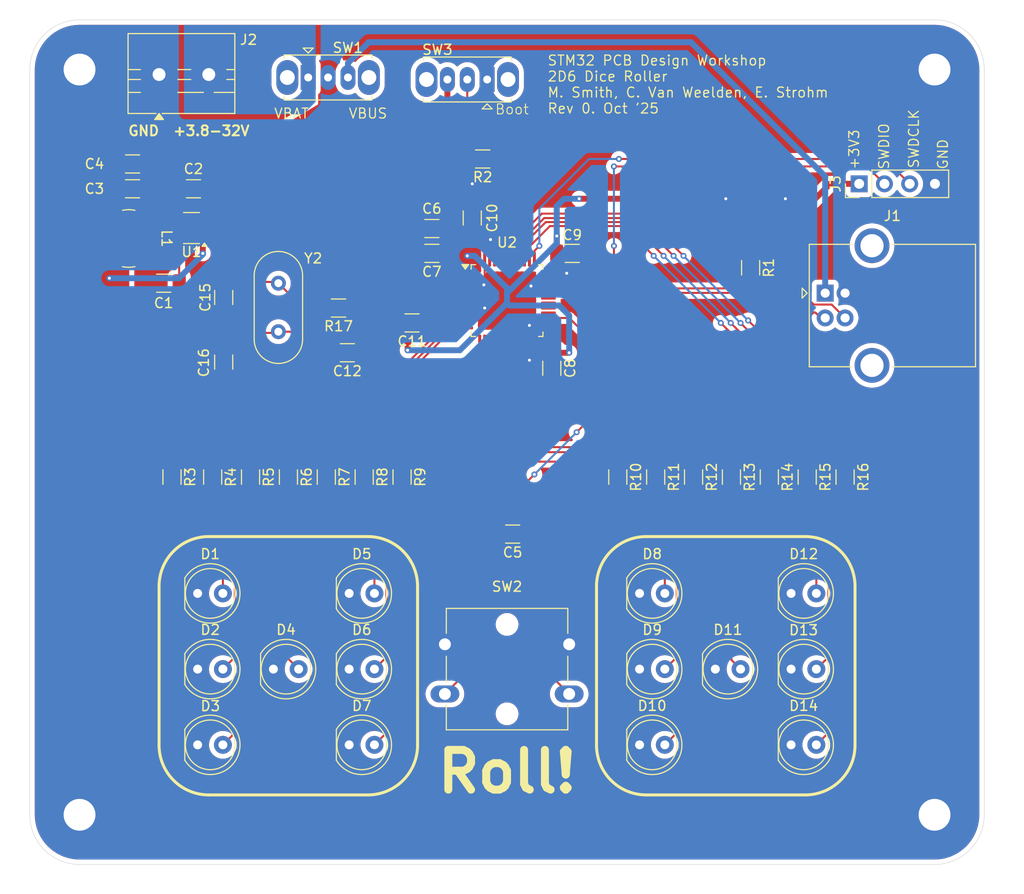
<source format=kicad_pcb>
(kicad_pcb (version 20241229) (generator "pcbnew") (generator_version "9.0")
  (layers (0 "F.Cu" signal) (2 "B.Cu" signal) (13 "F.Paste" user) (15 "B.Paste" user) (5 "F.SilkS" user "F.Silkscreen") (7 "B.SilkS" user "B.Silkscreen") (1 "F.Mask" user) (3 "B.Mask" user) (25 "Edge.Cuts" user))
  (net 0 "")
  (net 1 "/Roll_U")
  (net 2 "GND")
  (net 3 "+3.3V")
  (net 4 "/NRST")
  (net 5 "HSE_IN")
  (net 6 "HSE_OUT")
  (net 7 "Net-(D1-A)")
  (net 8 "Net-(D2-A)")
  (net 9 "Net-(D3-A)")
  (net 10 "Net-(D4-A)")
  (net 11 "Net-(D5-A)")
  (net 12 "Net-(D6-A)")
  (net 13 "Net-(D7-A)")
  (net 14 "Net-(D8-A)")
  (net 15 "Net-(D9-A)")
  (net 16 "Net-(D10-A)")
  (net 17 "Net-(D11-A)")
  (net 18 "Net-(D12-A)")
  (net 19 "Net-(D13-A)")
  (net 20 "Net-(D14-A)")
  (net 21 "USB_D-")
  (net 22 "VBUS")
  (net 23 "USB_D+")
  (net 24 "BOOT0")
  (net 25 "/A1_U")
  (net 26 "/B1_U")
  (net 27 "/C1_U")
  (net 28 "/D1_U")
  (net 29 "/E1_U")
  (net 30 "/F1_U")
  (net 31 "/G1_U")
  (net 32 "/A2_U")
  (net 33 "/B2_U")
  (net 34 "/C2_U")
  (net 35 "/D2_U")
  (net 36 "/E2_U")
  (net 37 "/F2_U")
  (net 38 "/G2_U")
  (net 39 "SWDIO")
  (net 40 "Net-(C16-Pad1)")
  (net 41 "SWCLK")
  (net 42 "+BATT")
  (net 43 "Net-(U1-BST)")
  (net 44 "Net-(U1-SW)")
  (net 45 "Net-(SW1-B)")
  (net 63 "Net-(SW3-B)")
  (footprint "MountingHole:MountingHole_3.2mm_M3_Pad" (layer "F.Cu") (at 81 68)
    (property "Reference" "H4" (hide yes))
    (property "Value" "MountingHole")
  )
  (footprint "Button_Switch_THT:SW_Slide_SPDT_Straight_CK_OS102011MS2Q" (layer "F.Cu") (at 18 -6.2025)
    (property "Reference" "SW1")
    (property "Value" "SW_SPDT")
  )
  (footprint "LED_THT:LED_D5.0mm" (layer "F.Cu") (at 66.57 53.34)
    (property "Reference" "D13")
    (property "Value" "RED (FV ~1.8V)")
  )
  (footprint "LED_THT:LED_D5.0mm" (layer "F.Cu") (at 6.88 45.72)
    (property "Reference" "D1")
    (property "Value" "RED (FV ~1.8V)")
  )
  (footprint "TerminalBlock:TerminalBlock_MaiXu_MX126-5.0-02P_1x02_P5.00mm" (layer "F.Cu") (at 3 -6.5)
    (property "Reference" "J2")
    (property "Value" "Screw_Terminal_01x02")
  )
  (footprint "LED_THT:LED_D5.0mm" (layer "F.Cu") (at 22.12 45.72)
    (property "Reference" "D5")
    (property "Value" "RED (FV ~1.8V)")
  )
  (footprint "LED_THT:LED_D5.0mm" (layer "F.Cu") (at 6.88 53.34)
    (property "Reference" "D2")
    (property "Value" "RED (FV ~1.8V)")
  )
  (footprint "Connector_USB:USB_B_OST_USB-B1HSxx_Horizontal" (layer "F.Cu") (at 70 15.5)
    (property "Reference" "J1")
    (property "Value" "USB_B")
  )
  (footprint "LED_THT:LED_D5.0mm" (layer "F.Cu") (at 22.12 60.96)
    (property "Reference" "D7")
    (property "Value" "RED (FV ~1.8V)")
  )
  (footprint "Capacitor_SMD:C_1206_3216Metric_Pad1.33x1.80mm_HandSolder" (layer "F.Cu") (at 44.5625 11.5)
    (property "Reference" "C9")
    (property "Value" "100n")
  )
  (footprint "Resistor_SMD:R_1206_3216Metric_Pad1.30x1.75mm_HandSolder" (layer "F.Cu") (at 8.39 34.01 -90)
    (property "Reference" "R4")
    (property "Value" "470")
  )
  (footprint "Resistor_SMD:R_1206_3216Metric_Pad1.30x1.75mm_HandSolder" (layer "F.Cu") (at 23.63 34.01 -90)
    (property "Reference" "R8")
    (property "Value" "470")
  )
  (footprint "Resistor_SMD:R_1206_3216Metric_Pad1.30x1.75mm_HandSolder" (layer "F.Cu") (at 56.76 34.01 -90)
    (property "Reference" "R12")
    (property "Value" "470")
  )
  (footprint "Resistor_SMD:R_1206_3216Metric_Pad1.30x1.75mm_HandSolder" (layer "F.Cu") (at 49.14 34.01 -90)
    (property "Reference" "R10")
    (property "Value" "470")
  )
  (footprint "Resistor_SMD:R_1206_3216Metric_Pad1.30x1.75mm_HandSolder" (layer "F.Cu") (at 35.55 2 180)
    (property "Reference" "R2")
    (property "Value" "10k")
  )
  (footprint "Resistor_SMD:R_1206_3216Metric_Pad1.30x1.75mm_HandSolder" (layer "F.Cu") (at 62.5 12.95 -90)
    (property "Reference" "R1")
    (property "Value" "1k5")
  )
  (footprint "MountingHole:MountingHole_3.2mm_M3_Pad" (layer "F.Cu") (at -5 68)
    (property "Reference" "H2" (hide yes))
    (property "Value" "MountingHole")
  )
  (footprint "Resistor_SMD:R_1206_3216Metric_Pad1.30x1.75mm_HandSolder" (layer "F.Cu") (at 64.38 34.01 -90)
    (property "Reference" "R14")
    (property "Value" "470")
  )
  (footprint "MountingHole:MountingHole_3.2mm_M3_Pad" (layer "F.Cu") (at -5 -7)
    (property "Reference" "H1" (hide yes))
    (property "Value" "MountingHole")
  )
  (footprint "Resistor_SMD:R_1206_3216Metric_Pad1.30x1.75mm_HandSolder" (layer "F.Cu") (at 52.95 34.01 -90)
    (property "Reference" "R11")
    (property "Value" "470")
  )
  (footprint "Package_QFP:LQFP-48_7x7mm_P0.5mm" (layer "F.Cu") (at 38 16.25)
    (property "Reference" "U2")
    (property "Value" "STM32F103C8T6")
  )
  (footprint "Resistor_SMD:R_1206_3216Metric_Pad1.30x1.75mm_HandSolder" (layer "F.Cu") (at 72 34.01 -90)
    (property "Reference" "R16")
    (property "Value" "470")
  )
  (footprint "Capacitor_SMD:C_1206_3216Metric_Pad1.33x1.80mm_HandSolder" (layer "F.Cu") (at 9.5 22.4375 -90)
    (property "Reference" "C16")
    (property "Value" "30 pF")
  )
  (footprint "LED_THT:LED_D5.0mm" (layer "F.Cu") (at 51.33 45.72)
    (property "Reference" "D8")
    (property "Value" "RED (FV ~1.8V)")
  )
  (footprint "Capacitor_SMD:C_1206_3216Metric_Pad1.33x1.80mm_HandSolder" (layer "F.Cu") (at 3.4625 14.5)
    (property "Reference" "C1")
    (property "Value" "100nF")
  )
  (footprint "Connector_PinHeader_2.54mm:PinHeader_1x04_P2.54mm_Vertical" (layer "F.Cu") (at 73.42 4.5 90)
    (property "Reference" "J3")
    (property "Value" "Conn_01x04_Pin")
  )
  (footprint "LED_THT:LED_D5.0mm" (layer "F.Cu") (at 58.95 53.34)
    (property "Reference" "D11")
    (property "Value" "RED (FV ~1.8V)")
  )
  (footprint "Resistor_SMD:R_1206_3216Metric_Pad1.30x1.75mm_HandSolder" (layer "F.Cu") (at 4.3 34.01 -90)
    (property "Reference" "R3")
    (property "Value" "470")
  )
  (footprint "Capacitor_SMD:C_1206_3216Metric_Pad1.33x1.80mm_HandSolder" (layer "F.Cu") (at 30.4375 9 180)
    (property "Reference" "C6")
    (property "Value" "10u")
  )
  (footprint "Resistor_SMD:R_1206_3216Metric_Pad1.30x1.75mm_HandSolder" (layer "F.Cu") (at 68.19 34.01 -90)
    (property "Reference" "R15")
    (property "Value" "470")
  )
  (footprint "Resistor_SMD:R_1206_3216Metric_Pad1.30x1.75mm_HandSolder" (layer "F.Cu") (at 16.01 34.01 -90)
    (property "Reference" "R6")
    (property "Value" "470")
  )
  (footprint "Capacitor_SMD:C_1206_3216Metric_Pad1.33x1.80mm_HandSolder" (layer "F.Cu") (at 34.5 7.9375 90)
    (property "Reference" "C10")
    (property "Value" "100n")
  )
  (footprint "Resistor_SMD:R_1206_3216Metric_Pad1.30x1.75mm_HandSolder" (layer "F.Cu") (at 12.2 34.01 -90)
    (property "Reference" "R5")
    (property "Value" "470")
  )
  (footprint "MountingHole:MountingHole_3.2mm_M3_Pad" (layer "F.Cu") (at 81 -7)
    (property "Reference" "H3" (hide yes))
    (property "Value" "MountingHole")
  )
  (footprint "Button_Switch_THT:SW_Slide_SPDT_Straight_CK_OS102011MS2Q" (layer "F.Cu") (at 36 -6 180)
    (property "Reference" "SW3")
    (property "Value" "SW_SPDT")
  )
  (footprint "LED_THT:LED_D5.0mm" (layer "F.Cu") (at 22.12 53.34)
    (property "Reference" "D6")
    (property "Value" "RED (FV ~1.8V)")
  )
  (footprint "LED_THT:LED_D5.0mm" (layer "F.Cu") (at 6.88 60.96)
    (property "Reference" "D3")
    (property "Value" "RED (FV ~1.8V)")
  )
  (footprint "LED_THT:LED_D5.0mm" (layer "F.Cu") (at 66.57 45.72)
    (property "Reference" "D12")
    (property "Value" "RED (FV ~1.8V)")
  )
  (footprint "Capacitor_SMD:C_1206_3216Metric_Pad1.33x1.80mm_HandSolder" (layer "F.Cu") (at 21.9375 21.5 180)
    (property "Reference" "C12")
    (property "Value" "100n")
  )
  (footprint "Button_Switch_THT:SW_SPST_Omron_B3F-40xx" (layer "F.Cu") (at 31.75 50.84)
    (property "Reference" "SW2")
    (property "Value" "SW_Push")
  )
  (footprint "Resistor_SMD:R_1206_3216Metric_Pad1.30x1.75mm_HandSolder" (layer "F.Cu") (at 60.57 34.01 -90)
    (property "Reference" "R13")
    (property "Value" "470")
  )
  (footprint "Capacitor_SMD:C_1206_3216Metric_Pad1.33x1.80mm_HandSolder" (layer "F.Cu") (at 30.4375 11.5 180)
    (property "Reference" "C7")
    (property "Value" "100n")
  )
  (footprint "Capacitor_SMD:C_1206_3216Metric_Pad1.33x1.80mm_HandSolder" (layer "F.Cu") (at 42.5 23.0625 -90)
    (property "Reference" "C8")
    (property "Value" "100n")
  )
  (footprint "Package_TO_SOT_SMD:TSOT-23-6" (layer "F.Cu") (at 6.2625 8.95 180)
    (property "Reference" "U1")
    (property "Value" "AP63203WU")
  )
  (footprint "Resistor_SMD:R_1206_3216Metric_Pad1.30x1.75mm_HandSolder" (layer "F.Cu") (at 19.82 34.01 -90)
    (property "Reference" "R7")
    (property "Value" "470")
  )
  (footprint "Capacitor_SMD:C_1206_3216Metric_Pad1.33x1.80mm_HandSolder" (layer "F.Cu") (at 28.4375 18.5 180)
    (property "Reference" "C11")
    (property "Value" "100n")
  )
  (footprint "LED_THT:LED_D5.0mm" (layer "F.Cu") (at 66.57 60.96)
    (property "Reference" "D14")
    (property "Value" "RED (FV ~1.8V)")
  )
  (footprint "Crystal:Crystal_HC49-4H_Vertical" (layer "F.Cu") (at 15 14.5 -90)
    (property "Reference" "Y2")
    (property "Value" "HC-49US 16MHZ THT")
  )
  (footprint "Resistor_SMD:R_1206_3216Metric_Pad1.30x1.75mm_HandSolder" (layer "F.Cu") (at 27.44 34.01 -90)
    (property "Reference" "R9")
    (property "Value" "470")
  )
  (footprint "LED_THT:LED_D5.0mm" (layer "F.Cu") (at 51.33 60.96)
    (property "Reference" "D10")
    (property "Value" "RED (FV ~1.8V)")
  )
  (footprint "Capacitor_SMD:C_1206_3216Metric_Pad1.33x1.80mm_HandSolder" (layer "F.Cu") (at 38.5625 39.75 180)
    (property "Reference" "C5")
    (property "Value" "100nF")
  )
  (footprint "Capacitor_SMD:C_1206_3216Metric_Pad1.33x1.80mm_HandSolder" (layer "F.Cu") (at 9.5 15.9375 90)
    (property "Reference" "C15")
    (property "Value" "30 pF")
  )
  (footprint "Resistor_SMD:R_1206_3216Metric_Pad1.30x1.75mm_HandSolder" (layer "F.Cu") (at 21.05 17 180)
    (property "Reference" "R17")
    (property "Value" "330")
  )
  (footprint "Capacitor_SMD:C_1206_3216Metric_Pad1.33x1.80mm_HandSolder" (layer "F.Cu") (at 6.4625 5 180)
    (property "Reference" "C2")
    (property "Value" "10uF")
  )
  (footprint "LED_THT:LED_D5.0mm" (layer "F.Cu") (at 51.33 53.34)
    (property "Reference" "D9")
    (property "Value" "RED (FV ~1.8V)")
  )
  (footprint "Capacitor_SMD:C_1206_3216Metric_Pad1.33x1.80mm_HandSolder" (layer "F.Cu") (at 0.3375 2.5 180)
    (property "Reference" "C4")
    (property "Value" "22uF")
  )
  (footprint "LED_THT:LED_D5.0mm" (layer "F.Cu") (at 14.5 53.34)
    (property "Reference" "D4")
    (property "Value" "RED (FV ~1.8V)")
  )
  (footprint "Capacitor_SMD:C_1206_3216Metric_Pad1.33x1.80mm_HandSolder" (layer "F.Cu") (at 0.3375 5 180)
    (property "Reference" "C3")
    (property "Value" "22uF")
  )
  (footprint "Inductor_SMD:L_Bourns_SDR0604" (layer "F.Cu") (at -0.05 10 -90)
    (property "Reference" "L1")
    (property "Value" "3.9uH")
  )
  (gr_arc (start 8 66) (mid 4.464466 64.535534) (end 3 61) (stroke (width 0.3)) (layer "F.SilkS"))
  (gr_arc (start 52 66) (mid 48.464466 64.535534) (end 47 61) (stroke (width 0.3)) (layer "F.SilkS"))
  (gr_arc (start 47 45) (mid 48.464466 41.464466) (end 52 40) (stroke (width 0.3)) (layer "F.SilkS"))
  (gr_line (start 24 66) (end 8 66) (stroke (width 0.3)) (layer "F.SilkS"))
  (gr_line (start 73 45) (end 73 61) (stroke (width 0.3)) (layer "F.SilkS"))
  (gr_arc (start 29 61) (mid 27.535534 64.535534) (end 24 66) (stroke (width 0.3)) (layer "F.SilkS"))
  (gr_arc (start 24 40) (mid 27.535534 41.464466) (end 29 45) (stroke (width 0.3)) (layer "F.SilkS"))
  (gr_line (start 8 40) (end 24 40) (stroke (width 0.3)) (layer "F.SilkS"))
  (gr_arc (start 73 61) (mid 71.535534 64.535534) (end 68 66) (stroke (width 0.3)) (layer "F.SilkS"))
  (gr_line (start 29 45) (end 29 61) (stroke (width 0.3)) (layer "F.SilkS"))
  (gr_line (start 52 40) (end 68 40) (stroke (width 0.3)) (layer "F.SilkS"))
  (gr_line (start 3 61) (end 3 45) (stroke (width 0.3)) (layer "F.SilkS"))
  (gr_line (start 47 61) (end 47 45) (stroke (width 0.3)) (layer "F.SilkS"))
  (gr_line (start 68 66) (end 52 66) (stroke (width 0.3)) (layer "F.SilkS"))
  (gr_arc (start 68 40) (mid 71.535534 41.464466) (end 73 45) (stroke (width 0.3)) (layer "F.SilkS"))
  (gr_arc (start 3 45) (mid 4.464466 41.464466) (end 8 40) (stroke (width 0.3)) (layer "F.SilkS"))
  (gr_arc (start -5 73) (mid -8.535534 71.535534) (end -10 68) (stroke (width 0.05)) (layer "Edge.Cuts"))
  (gr_line (start -10 68) (end -10 -7) (stroke (width 0.05)) (layer "Edge.Cuts"))
  (gr_line (start 81 73) (end -5 73) (stroke (width 0.05)) (layer "Edge.Cuts"))
  (gr_arc (start 86 68) (mid 84.535534 71.535534) (end 81 73) (stroke (width 0.05)) (layer "Edge.Cuts"))
  (gr_arc (start -10 -7) (mid -8.535534 -10.535534) (end -5 -12) (stroke (width 0.05)) (layer "Edge.Cuts"))
  (gr_arc (start 81 -12) (mid 84.535534 -10.535534) (end 86 -7) (stroke (width 0.05)) (layer "Edge.Cuts"))
  (gr_line (start 86 -7) (end 86 68) (stroke (width 0.05)) (layer "Edge.Cuts"))
  (gr_line (start -5 -12) (end 81 -12) (stroke (width 0.05)) (layer "Edge.Cuts"))
  (gr_text "GND" (at 82.42 3.12 90) (layer "F.SilkS") (effects (font (size 1 1) (thickness 0.125)) (justify left bottom)))
  (gr_text "SWDCLK" (at 79.5 3 90) (layer "F.SilkS") (effects (font (size 1 1) (thickness 0.125)) (justify left bottom)))
  (gr_text "STM32 PCB Design Workshop\n2D6 Dice Roller\nM. Smith, C. Van Weelden, E. Strohm\nRev 0. Oct '25" (at 42 -2.5 0) (layer "F.SilkS") (effects (font (size 1 1) (thickness 0.125)) (justify left bottom)))
  (gr_text "Boot" (at 38.5 -3 0) (layer "F.SilkS") (effects (font (size 1 1) (thickness 0.1))))
  (gr_text "+3V3" (at 73.5 3.12 90) (layer "F.SilkS") (effects (font (size 1 1) (thickness 0.125)) (justify left bottom)))
  (gr_text "GND	 +3.8-32V" (at 6 -0.25 0) (layer "F.SilkS") (effects (font (size 1 1) (thickness 0.2) (bold yes)) (justify bottom)))
  (gr_text "VBUS" (at 22 -2 0) (layer "F.SilkS") (effects (font (size 1 1) (thickness 0.125)) (justify left bottom)))
  (gr_text "VBAT" (at 14.5 -2 0) (layer "F.SilkS") (effects (font (size 1 1) (thickness 0.125)) (justify left bottom)))
  (gr_text "SWDIO" (at 76.5 3.12 90) (layer "F.SilkS") (effects (font (size 1 1) (thickness 0.125)) (justify left bottom)))
  (gr_text "Roll!" (at 38 66 0) (layer "F.SilkS") (effects (font (size 4 4) (thickness 0.8) (bold yes)) (justify bottom)))
  (segment (start 40.125 34.375) (end 40.125 39.75) (width 0.2) (layer "F.Cu") (net 1))
  (segment (start 40.125 51.715) (end 44.25 55.84) (width 0.2) (layer "F.Cu") (net 1))
  (segment (start 45 29.5) (end 46.5 28) (width 0.2) (layer "F.Cu") (net 1))
  (segment (start 40.09 51.75) (end 40.125 51.715) (width 0.2) (layer "F.Cu") (net 1))
  (segment (start 40.125 39.75) (end 40.125 51.715) (width 0.2) (layer "F.Cu") (net 1))
  (segment (start 35.84 51.75) (end 40.09 51.75) (width 0.2) (layer "F.Cu") (net 1))
  (segment (start 40.75 33.75) (end 40.125 34.375) (width 0.2) (layer "F.Cu") (net 1))
  (segment (start 46.5 20.25) (end 44.25 18) (width 0.2) (layer "F.Cu") (net 1))
  (segment (start 31.75 55.84) (end 35.84 51.75) (width 0.2) (layer "F.Cu") (net 1))
  (segment (start 44.25 18) (end 42.1625 18) (width 0.2) (layer "F.Cu") (net 1))
  (segment (start 46.5 28) (end 46.5 20.25) (width 0.2) (layer "F.Cu") (net 1))
  (via (at 40.75 33.75) (size 0.6) (drill 0.3) (layers "F.Cu" "B.Cu") (net 1))
  (via (at 45 29.5) (size 0.6) (drill 0.3) (layers "F.Cu" "B.Cu") (net 1))
  (segment (start 45 29.5) (end 40.75 33.75) (width 0.2) (layer "B.Cu") (net 1))
  (segment (start 34.5 4.5) (end 34.5 6.375) (width 0.2) (layer "F.Cu") (net 2))
  (segment (start 35.75 10.75) (end 35.75 12.0875) (width 0.2) (layer "F.Cu") (net 2))
  (segment (start 42.1625 14) (end 43.5 14) (width 0.2) (layer "F.Cu") (net 2))
  (segment (start 40.25 20.4125) (end 40.25 18.75) (width 0.2) (layer "F.Cu") (net 2))
  (segment (start 40.409954 14.590046) (end 41 14) (width 0.2) (layer "F.Cu") (net 2))
  (segment (start 40.409954 14.785129) (end 40.409954 14.590046) (width 0.2) (layer "F.Cu") (net 2))
  (segment (start 40.25 20.4125) (end 40.25 22.25) (width 0.2) (layer "F.Cu") (net 2))
  (segment (start 35.75 14.584914) (end 35.666429 14.668485) (width 0.2) (layer "F.Cu") (net 2))
  (segment (start 35.75 12.0875) (end 35.75 14.584914) (width 0.2) (layer "F.Cu") (net 2))
  (segment (start 36.335834 10.164166) (end 35.75 10.75) (width 0.2) (layer "F.Cu") (net 2))
  (segment (start 43.5 14) (end 44 13.5) (width 0.2) (layer "F.Cu") (net 2))
  (segment (start 36.335834 10.112323) (end 36.335834 10.164166) (width 0.2) (layer "F.Cu") (net 2))
  (segment (start 41 14) (end 42.1625 14) (width 0.2) (layer "F.Cu") (net 2))
  (segment (start 33.8375 17) (end 35.75 17) (width 0.2) (layer "F.Cu") (net 2))
  (via (at 66 6) (size 0.6) (drill 0.3) (layers "F.Cu" "B.Cu") (net 2))
  (via (at 40.25 18.75) (size 0.6) (drill 0.3) (layers "F.Cu" "B.Cu") (net 2))
  (via (at 35.75 17) (size 0.6) (drill 0.3) (layers "F.Cu" "B.Cu") (net 2))
  (via (at 44 13.5) (size 0.6) (drill 0.3) (layers "F.Cu" "B.Cu") (net 2))
  (via (at 40.409954 14.785129) (size 0.6) (drill 0.3) (layers "F.Cu" "B.Cu") (net 2))
  (via (at 40.25 22.25) (size 0.6) (drill 0.3) (layers "F.Cu" "B.Cu") (net 2))
  (via (at 35.666429 14.668485) (size 0.6) (drill 0.3) (layers "F.Cu" "B.Cu") (net 2))
  (via (at 60 6) (size 0.6) (drill 0.3) (layers "F.Cu" "B.Cu") (net 2))
  (via (at 34.5 4.5) (size 0.6) (drill 0.3) (layers "F.Cu" "B.Cu") (net 2))
  (via (at 36.335834 10.112323) (size 0.6) (drill 0.3) (layers "F.Cu" "B.Cu") (net 2))
  (segment (start 45.25 6) (end 56 6) (width 0.6) (layer "F.Cu") (net 3))
  (segment (start 7.4 11.5) (end 7.4 9.9) (width 0.6) (layer "F.Cu") (net 3))
  (segment (start 56 6) (end 61.4 11.4) (width 0.6) (layer "F.Cu") (net 3))
  (segment (start 43 12.25) (end 43 11.5) (width 0.6) (layer "F.Cu") (net 3))
  (segment (start 63.6 11.4) (end 62.5 11.4) (width 0.6) (layer "F.Cu") (net 3))
  (segment (start 42.5 20.75) (end 42.1625 20.4125) (width 0.6) (layer "F.Cu") (net 3))
  (segment (start 73.42 4.5) (end 70.5 4.5) (width 0.6) (layer "F.Cu") (net 3))
  (segment (start 42.1625 13.0875) (end 43 12.25) (width 0.6) (layer "F.Cu") (net 3))
  (segment (start 27.5 6.5) (end 29.5 6.5) (width 0.6) (layer "F.Cu") (net 3))
  (segment (start 61.4 11.4) (end 62.5 11.4) (width 0.6) (layer "F.Cu") (net 3))
  (segment (start 32 9) (end 32 -6) (width 0.6) (layer "F.Cu") (net 3))
  (segment (start 28 21.25) (end 28 20.5) (width 0.6) (layer "F.Cu") (net 3))
  (segment (start 7.4 9.9) (end 24.1 9.9) (width 0.6) (layer "F.Cu") (net 3))
  (segment (start 29.5 6.5) (end 32 9) (width 0.6) (layer "F.Cu") (net 3))
  (segment (start 70.5 4.5) (end 63.6 11.4) (width 0.6) (layer "F.Cu") (net 3))
  (segment (start 43 11.5) (end 43 9.75) (width 0.6) (layer "F.Cu") (net 3))
  (segment (start 42.5 21.5) (end 42.5 20.75) (width 0.6) (layer "F.Cu") (net 3))
  (segment (start 42.5 21.5) (end 44.25 21.5) (width 0.6) (layer "F.Cu") (net 3))
  (segment (start 28 20.5) (end 30 18.5) (width 0.6) (layer "F.Cu") (net 3))
  (segment (start 42.1625 13.0875) (end 42.1625 13.349) (width 0.6) (layer "F.Cu") (net 3))
  (segment (start 42.1625 20.4125) (end 40.901 20.4125) (width 0.6) (layer "F.Cu") (net 3))
  (segment (start 24.1 9.9) (end 27.5 6.5) (width 0.6) (layer "F.Cu") (net 3))
  (via (at 45.25 6) (size 0.6) (drill 0.3) (layers "F.Cu" "B.Cu") (net 3))
  (via (at 34 11.75) (size 0.6) (drill 0.3) (layers "F.Cu" "B.Cu") (net 3))
  (via (at -2 14) (size 0.6) (drill 0.3) (layers "F.Cu" "B.Cu") (net 3))
  (via (at 43 9.75) (size 0.6) (drill 0.3) (layers "F.Cu" "B.Cu") (net 3))
  (via (at 28 21.25) (size 0.6) (drill 0.3) (layers "F.Cu" "B.Cu") (net 3))
  (via (at 44.25 21.5) (size 0.6) (drill 0.3) (layers "F.Cu" "B.Cu") (net 3))
  (via (at 7.4 11.5) (size 0.6) (drill 0.3) (layers "F.Cu" "B.Cu") (net 3))
  (segment (start 43.75 6) (end 43 6.75) (width 0.6) (layer "B.Cu") (net 3))
  (segment (start 38 15.5) (end 43 10.5) (width 0.6) (layer "B.Cu") (net 3))
  (segment (start 38.25 16.75) (end 38 16.5) (width 0.6) (layer "B.Cu") (net 3))
  (segment (start 34.75 11.75) (end 34 11.75) (width 0.6) (layer "B.Cu") (net 3))
  (segment (start 7.4 11.6) (end 5 14) (width 0.6) (layer "B.Cu") (net 3))
  (segment (start 43.25 16.75) (end 38.25 16.75) (width 0.6) (layer "B.Cu") (net 3))
  (segment (start 44.25 17.75) (end 43.25 16.75) (width 0.6) (layer "B.Cu") (net 3))
  (segment (start 5 14) (end -2 14) (width 0.6) (layer "B.Cu") (net 3))
  (segment (start 45.25 6) (end 43.75 6) (width 0.6) (layer "B.Cu") (net 3))
  (segment (start 38 15.5) (end 38 15) (width 0.6) (layer "B.Cu") (net 3))
  (segment (start 38 16.5) (end 38 15.5) (width 0.6) (layer "B.Cu") (net 3))
  (segment (start 43 6.75) (end 43 9.75) (width 0.6) (layer "B.Cu") (net 3))
  (segment (start 38 15) (end 34.75 11.75) (width 0.6) (layer "B.Cu") (net 3))
  (segment (start 7.4 11.5) (end 7.4 11.6) (width 0.6) (layer "B.Cu") (net 3))
  (segment (start 43 10.5) (end 43 9.75) (width 0.6) (layer "B.Cu") (net 3))
  (segment (start 44.25 21.5) (end 44.25 17.75) (width 0.6) (layer "B.Cu") (net 3))
  (segment (start 28 21.25) (end 33.25 21.25) (width 0.6) (layer "B.Cu") (net 3))
  (segment (start 33.25 21.25) (end 38 16.5) (width 0.6) (layer "B.Cu") (net 3))
  (segment (start 27.02634 16.5) (end 33.8375 16.5) (width 0.2) (layer "F.Cu") (net 4))
  (segment (start 23.5 20.02634) (end 27.02634 16.5) (width 0.2) (layer "F.Cu") (net 4))
  (segment (start 23.5 21.5) (end 23.5 20.02634) (width 0.2) (layer "F.Cu") (net 4))
  (segment (start 9.5 14.375) (end 14.875 14.375) (width 0.2) (layer "F.Cu") (net 5))
  (segment (start 33.8375 15.5) (end 16 15.5) (width 0.2) (layer "F.Cu") (net 5))
  (segment (start 16 15.5) (end 15 14.5) (width 0.2) (layer "F.Cu") (net 5))
  (segment (start 14.875 14.375) (end 15 14.5) (width 0.2) (layer "F.Cu") (net 5))
  (segment (start 23.6 16) (end 33.8375 16) (width 0.2) (layer "F.Cu") (net 6))
  (segment (start 22.6 17) (end 23.6 16) (width 0.2) (layer "F.Cu") (net 6))
  (segment (start 9.42 43.17) (end 4.3 38.05) (width 0.2) (layer "F.Cu") (net 7))
  (segment (start 9.42 45.72) (end 9.42 43.17) (width 0.2) (layer "F.Cu") (net 7))
  (segment (start 4.3 38.05) (end 4.3 35.56) (width 0.2) (layer "F.Cu") (net 7))
  (segment (start 8.39 35.56) (end 8.39 37.89) (width 0.2) (layer "F.Cu") (net 8))
  (segment (start 10.621 52.139) (end 9.42 53.34) (width 0.2) (layer "F.Cu") (net 8))
  (segment (start 8.39 37.89) (end 10.621 40.121) (width 0.2) (layer "F.Cu") (net 8))
  (segment (start 10.621 40.121) (end 10.621 52.139) (width 0.2) (layer "F.Cu") (net 8))
  (segment (start 12.2 58.18) (end 12.2 35.56) (width 0.2) (layer "F.Cu") (net 9))
  (segment (start 9.42 60.96) (end 12.2 58.18) (width 0.2) (layer "F.Cu") (net 9))
  (segment (start 17.04 53.34) (end 16.01 52.31) (width 0.2) (layer "F.Cu") (net 10))
  (segment (start 16.01 52.31) (end 16.01 35.56) (width 0.2) (layer "F.Cu") (net 10))
  (segment (start 24.66 45.72) (end 24.66 42.66) (width 0.2) (layer "F.Cu") (net 11))
  (segment (start 19.82 37.82) (end 19.82 35.56) (width 0.2) (layer "F.Cu") (net 11))
  (segment (start 24.66 42.66) (end 19.82 37.82) (width 0.2) (layer "F.Cu") (net 11))
  (segment (start 25.861 52.139) (end 25.861 40.111) (width 0.2) (layer "F.Cu") (net 12))
  (segment (start 23.63 37.88) (end 23.63 35.56) (width 0.2) (layer "F.Cu") (net 12))
  (segment (start 24.66 53.34) (end 25.861 52.139) (width 0.2) (layer "F.Cu") (net 12))
  (segment (start 25.861 40.111) (end 23.63 37.88) (width 0.2) (layer "F.Cu") (net 12))
  (segment (start 24.66 60.96) (end 27.44 58.18) (width 0.2) (layer "F.Cu") (net 13))
  (segment (start 27.44 58.18) (end 27.44 35.56) (width 0.2) (layer "F.Cu") (net 13))
  (segment (start 53.87 45.72) (end 53.87 42.37) (width 0.2) (layer "F.Cu") (net 14))
  (segment (start 49.14 37.64) (end 49.14 35.56) (width 0.2) (layer "F.Cu") (net 14))
  (segment (start 53.87 42.37) (end 49.14 37.64) (width 0.2) (layer "F.Cu") (net 14))
  (segment (start 53.87 53.34) (end 55.071 52.139) (width 0.2) (layer "F.Cu") (net 15))
  (segment (start 55.071 52.139) (end 55.071 40.071) (width 0.2) (layer "F.Cu") (net 15))
  (segment (start 55.071 40.071) (end 52.95 37.95) (width 0.2) (layer "F.Cu") (net 15))
  (segment (start 52.95 37.95) (end 52.95 35.56) (width 0.2) (layer "F.Cu") (net 15))
  (segment (start 56.76 58.07) (end 56.76 35.56) (width 0.2) (layer "F.Cu") (net 16))
  (segment (start 53.87 60.96) (end 56.76 58.07) (width 0.2) (layer "F.Cu") (net 16))
  (segment (start 60.57 52.42) (end 60.57 35.56) (width 0.2) (layer "F.Cu") (net 17))
  (segment (start 61.49 53.34) (end 60.57 52.42) (width 0.2) (layer "F.Cu") (net 17))
  (segment (start 69.11 45.72) (end 69.11 43.11) (width 0.2) (layer "F.Cu") (net 18))
  (segment (start 64.38 38.38) (end 64.38 35.56) (width 0.2) (layer "F.Cu") (net 18))
  (segment (start 69.11 43.11) (end 64.38 38.38) (width 0.2) (layer "F.Cu") (net 18))
  (segment (start 68.19 38.19) (end 68.19 35.56) (width 0.2) (layer "F.Cu") (net 19))
  (segment (start 70.311 52.139) (end 70.311 40.311) (width 0.2) (layer "F.Cu") (net 19))
  (segment (start 69.11 53.34) (end 70.311 52.139) (width 0.2) (layer "F.Cu") (net 19))
  (segment (start 70.311 40.311) (end 68.19 38.19) (width 0.2) (layer "F.Cu") (net 19))
  (segment (start 72 58.07) (end 72 35.56) (width 0.2) (layer "F.Cu") (net 20))
  (segment (start 69.11 60.96) (end 72 58.07) (width 0.2) (layer "F.Cu") (net 20))
  (segment (start 68.475087 17.168013) (end 68.221568 17.421531) (width 0.2) (layer "F.Cu") (net 21))
  (segment (start 42.1625 15.5) (end 42 15.5) (width 0.2) (layer "F.Cu") (net 21))
  (segment (start 43.293751 15.475) (end 67.036632 15.475) (width 0.2) (layer "F.Cu") (net 21))
  (segment (start 69.561632 18) (end 70 18) (width 0.2) (layer "F.Cu") (net 21))
  (segment (start 67.838691 16.531617) (end 67.585172 16.785135) (width 0.2) (layer "F.Cu") (net 21))
  (segment (start 67.036632 15.475) (end 67.838691 16.277059) (width 0.2) (layer "F.Cu") (net 21))
  (segment (start 43.268751 15.5) (end 43.293751 15.475) (width 0.2) (layer "F.Cu") (net 21))
  (segment (start 69.233578 17.671946) (end 69.561632 18) (width 0.2) (layer "F.Cu") (net 21))
  (segment (start 68.221568 17.676089) (end 68.285207 17.739728) (width 0.2) (layer "F.Cu") (net 21))
  (segment (start 67.90337 17.103332) (end 68.156888 16.849813) (width 0.2) (layer "F.Cu") (net 21))
  (segment (start 69.047842 17.486209) (end 69.111483 17.549851) (width 0.2) (layer "F.Cu") (net 21))
  (segment (start 69.111483 17.549851) (end 69.233578 17.671946) (width 0.2) (layer "F.Cu") (net 21))
  (segment (start 68.411446 16.849813) (end 68.475087 16.913455) (width 0.2) (layer "F.Cu") (net 21))
  (segment (start 68.539766 17.739728) (end 68.793284 17.486209) (width 0.2) (layer "F.Cu") (net 21))
  (segment (start 42.1625 15.5) (end 43.268751 15.5) (width 0.2) (layer "F.Cu") (net 21))
  (segment (start 67.585172 17.039693) (end 67.648811 17.103332) (width 0.2) (layer "F.Cu") (net 21))
  (arc (start 68.475087 16.913455) (mid 68.527808 17.040734) (end 68.475087 17.168013) (width 0.2) (layer "F.Cu") (net 21))
  (arc (start 68.793284 17.486209) (mid 68.920563 17.433488) (end 69.047842 17.486209) (width 0.2) (layer "F.Cu") (net 21))
  (arc (start 67.585172 16.785135) (mid 67.532451 16.912414) (end 67.585172 17.039693) (width 0.2) (layer "F.Cu") (net 21))
  (arc (start 67.838691 16.277059) (mid 67.891412 16.404338) (end 67.838691 16.531617) (width 0.2) (layer "F.Cu") (net 21))
  (arc (start 68.156888 16.849813) (mid 68.284167 16.797092) (end 68.411446 16.849813) (width 0.2) (layer "F.Cu") (net 21))
  (arc (start 67.648811 17.103332) (mid 67.776091 17.156052) (end 67.90337 17.103332) (width 0.2) (layer "F.Cu") (net 21))
  (arc (start 68.285207 17.739728) (mid 68.412487 17.792448) (end 68.539766 17.739728) (width 0.2) (layer "F.Cu") (net 21))
  (arc (start 68.221568 17.421531) (mid 68.168847 17.54881) (end 68.221568 17.676089) (width 0.2) (layer "F.Cu") (net 21))
  (segment (start 70 3.75) (end 70 15.5) (width 0.6) (layer "B.Cu") (net 22))
  (segment (start 22 -7.6525) (end 24.0975 -9.75) (width 0.6) (layer "B.Cu") (net 22))
  (segment (start 22 -6.2025) (end 22 -7.6525) (width 0.6) (layer "B.Cu") (net 22))
  (segment (start 24.0975 -9.75) (end 56.5 -9.75) (width 0.6) (layer "B.Cu") (net 22))
  (segment (start 56.5 -9.75) (end 70 3.75) (width 0.6) (layer "B.Cu") (net 22))
  (segment (start 68.849 16.651) (end 70.651 16.651) (width 0.2) (layer "F.Cu") (net 23))
  (segment (start 42.1625 15) (end 43.268751 15) (width 0.2) (layer "F.Cu") (net 23))
  (segment (start 67.223 15.025) (end 68.849 16.651) (width 0.2) (layer "F.Cu") (net 23))
  (segment (start 43.293751 15.025) (end 67.223 15.025) (width 0.2) (layer "F.Cu") (net 23))
  (segment (start 43.268751 15) (end 43.293751 15.025) (width 0.2) (layer "F.Cu") (net 23))
  (segment (start 70.651 16.651) (end 72 18) (width 0.2) (layer "F.Cu") (net 23))
  (segment (start 37.25 12.0875) (end 37.25 2.15) (width 0.2) (layer "F.Cu") (net 24))
  (segment (start 37.25 2.15) (end 37.1 2) (width 0.2) (layer "F.Cu") (net 24))
  (segment (start 6.651 28.099) (end 22.401 28.099) (width 0.2) (layer "F.Cu") (net 25))
  (segment (start 4.3 32.46) (end 4.3 30.45) (width 0.2) (layer "F.Cu") (net 25))
  (segment (start 32.5 18) (end 33.8375 18) (width 0.2) (layer "F.Cu") (net 25))
  (segment (start 4.3 30.45) (end 6.651 28.099) (width 0.2) (layer "F.Cu") (net 25))
  (segment (start 22.401 28.099) (end 32.5 18) (width 0.2) (layer "F.Cu") (net 25))
  (segment (start 22.5671 28.5) (end 9.5 28.5) (width 0.2) (layer "F.Cu") (net 26))
  (segment (start 32.5671 18.5) (end 22.5671 28.5) (width 0.2) (layer "F.Cu") (net 26))
  (segment (start 9.5 28.5) (end 8.39 29.61) (width 0.2) (layer "F.Cu") (net 26))
  (segment (start 8.39 29.61) (end 8.39 32.46) (width 0.2) (layer "F.Cu") (net 26))
  (segment (start 33.8375 18.5) (end 32.5671 18.5) (width 0.2) (layer "F.Cu") (net 26))
  (segment (start 12.2 32.46) (end 12.2 29.8) (width 0.2) (layer "F.Cu") (net 27))
  (segment (start 22.7332 28.901) (end 32.6342 19) (width 0.2) (layer "F.Cu") (net 27))
  (segment (start 13.099 28.901) (end 22.7332 28.901) (width 0.2) (layer "F.Cu") (net 27))
  (segment (start 12.2 29.8) (end 13.099 28.901) (width 0.2) (layer "F.Cu") (net 27))
  (segment (start 32.6342 19) (end 33.8375 19) (width 0.2) (layer "F.Cu") (net 27))
  (segment (start 35.25 21.116724) (end 35.25 20.4125) (width 0.2) (layer "F.Cu") (net 28))
  (segment (start 18.97 29.5) (end 26.866724 29.5) (width 0.2) (layer "F.Cu") (net 28))
  (segment (start 16.01 32.46) (end 18.97 29.5) (width 0.2) (layer "F.Cu") (net 28))
  (segment (start 26.866724 29.5) (end 35.25 21.116724) (width 0.2) (layer "F.Cu") (net 28))
  (segment (start 19.82 32.46) (end 19.82 31.68) (width 0.2) (layer "F.Cu") (net 29))
  (segment (start 35.75 21.183824) (end 35.75 20.4125) (width 0.2) (layer "F.Cu") (net 29))
  (segment (start 19.82 31.68) (end 21.5 30) (width 0.2) (layer "F.Cu") (net 29))
  (segment (start 26.933824 30) (end 35.75 21.183824) (width 0.2) (layer "F.Cu") (net 29))
  (segment (start 21.5 30) (end 26.933824 30) (width 0.2) (layer "F.Cu") (net 29))
  (segment (start 23.63 31.87) (end 25.099 30.401) (width 0.2) (layer "F.Cu") (net 30))
  (segment (start 23.63 32.46) (end 23.63 31.87) (width 0.2) (layer "F.Cu") (net 30))
  (segment (start 27.099924 30.401) (end 36.25 21.250924) (width 0.2) (layer "F.Cu") (net 30))
  (segment (start 25.099 30.401) (end 27.099924 30.401) (width 0.2) (layer "F.Cu") (net 30))
  (segment (start 36.25 21.250924) (end 36.25 20.4125) (width 0.2) (layer "F.Cu") (net 30))
  (segment (start 27.44 32.46) (end 27.44 30.628024) (width 0.2) (layer "F.Cu") (net 31))
  (segment (start 36.75 21.318024) (end 36.75 20.4125) (width 0.2) (layer "F.Cu") (net 31))
  (segment (start 27.44 30.628024) (end 36.75 21.318024) (width 0.2) (layer "F.Cu") (net 31))
  (segment (start 41.21 32.46) (end 37.75 29) (width 0.2) (layer "F.Cu") (net 32))
  (segment (start 49.14 32.46) (end 41.21 32.46) (width 0.2) (layer "F.Cu") (net 32))
  (segment (start 37.75 29) (end 37.75 20.4125) (width 0.2) (layer "F.Cu") (net 32))
  (segment (start 40.8261 31.509) (end 38.25 28.9329) (width 0.2) (layer "F.Cu") (net 33))
  (segment (start 51.999 31.509) (end 40.8261 31.509) (width 0.2) (layer "F.Cu") (net 33))
  (segment (start 38.25 28.9329) (end 38.25 20.4125) (width 0.2) (layer "F.Cu") (net 33))
  (segment (start 52.95 32.46) (end 51.999 31.509) (width 0.2) (layer "F.Cu") (net 33))
  (segment (start 55.3 31) (end 41.25 31) (width 0.2) (layer "F.Cu") (net 34))
  (segment (start 38.75 28.5) (end 38.75 20.4125) (width 0.2) (layer "F.Cu") (net 34))
  (segment (start 41.25 31) (end 38.75 28.5) (width 0.2) (layer "F.Cu") (net 34))
  (segment (start 56.76 32.46) (end 55.3 31) (width 0.2) (layer "F.Cu") (net 34))
  (segment (start 39.75 11.316176) (end 39.75 12.0875) (width 0.2) (layer "F.Cu") (net 35))
  (segment (start 42.316176 8.75) (end 39.75 11.316176) (width 0.2) (layer "F.Cu") (net 35))
  (segment (start 60.57 19.57) (end 60.57 32.46) (width 0.2) (layer "F.Cu") (net 35))
  (segment (start 59.5 18.5) (end 60.57 19.57) (width 0.2) (layer "F.Cu") (net 35))
  (segment (start 52.75 11.75) (end 49.75 8.75) (width 0.2) (layer "F.Cu") (net 35))
  (segment (start 49.75 8.75) (end 42.316176 8.75) (width 0.2) (layer "F.Cu") (net 35))
  (via (at 52.75 11.75) (size 0.6) (drill 0.3) (layers "F.Cu" "B.Cu") (net 35))
  (via (at 59.5 18.5) (size 0.6) (drill 0.3) (layers "F.Cu" "B.Cu") (net 35))
  (segment (start 52.75 11.75) (end 59.5 18.5) (width 0.2) (layer "B.Cu") (net 35))
  (segment (start 53.75 11.75) (end 50.349 8.349) (width 0.2) (layer "F.Cu") (net 36))
  (segment (start 50.349 8.349) (end 41.901 8.349) (width 0.2) (layer "F.Cu") (net 36))
  (segment (start 64.38 22.38) (end 64.38 32.46) (width 0.2) (layer "F.Cu") (net 36))
  (segment (start 60.5 18.5) (end 64.38 22.38) (width 0.2) (layer "F.Cu") (net 36))
  (segment (start 39.25 11) (end 39.25 12.0875) (width 0.2) (layer "F.Cu") (net 36))
  (segment (start 41.901 8.349) (end 39.25 11) (width 0.2) (layer "F.Cu") (net 36))
  (via (at 53.75 11.75) (size 0.6) (drill 0.3) (layers "F.Cu" "B.Cu") (net 36))
  (via (at 60.5 18.5) (size 0.6) (drill 0.3) (layers "F.Cu" "B.Cu") (net 36))
  (segment (start 60.5 18.5) (end 53.75 11.75) (width 0.2) (layer "B.Cu") (net 36))
  (segment (start 50.948 7.948) (end 41.7349 7.948) (width 0.2) (layer "F.Cu") (net 37))
  (segment (start 41.7349 7.948) (end 38.75 10.9329) (width 0.2) (layer "F.Cu") (net 37))
  (segment (start 61.489952 18.510048) (end 68.19 25.210096) (width 0.2) (layer "F.Cu") (net 37))
  (segment (start 54.75 11.75) (end 50.948 7.948) (width 0.2) (layer "F.Cu") (net 37))
  (segment (start 68.19 25.210096) (end 68.19 32.46) (width 0.2) (layer "F.Cu") (net 37))
  (segment (start 38.75 10.9329) (end 38.75 12.0875) (width 0.2) (layer "F.Cu") (net 37))
  (via (at 61.489952 18.510048) (size 0.6) (drill 0.3) (layers "F.Cu" "B.Cu") (net 37))
  (via (at 54.75 11.75) (size 0.6) (drill 0.3) (layers "F.Cu" "B.Cu") (net 37))
  (segment (start 59.739952 16.739952) (end 54.75 11.75) (width 0.2) (layer "B.Cu") (net 37))
  (segment (start 59.739952 16.760048) (end 59.739952 16.739952) (width 0.2) (layer "B.Cu") (net 37))
  (segment (start 61.489952 18.510048) (end 59.739952 16.760048) (width 0.2) (layer "B.Cu") (net 37))
  (segment (start 62.25 18.25) (end 72 28) (width 0.2) (layer "F.Cu") (net 38))
  (segment (start 41.5 7.5) (end 38.25 10.75) (width 0.2) (layer "F.Cu") (net 38))
  (segment (start 55.75 11.75) (end 51.5 7.5) (width 0.2) (layer "F.Cu") (net 38))
  (segment (start 51.5 7.5) (end 41.5 7.5) (width 0.2) (layer "F.Cu") (net 38))
  (segment (start 72 28) (end 72 32.46) (width 0.2) (layer "F.Cu") (net 38))
  (segment (start 38.25 10.75) (end 38.25 12.0875) (width 0.2) (layer "F.Cu") (net 38))
  (via (at 62.25 18.25) (size 0.6) (drill 0.3) (layers "F.Cu" "B.Cu") (net 38))
  (via (at 55.75 11.75) (size 0.6) (drill 0.3) (layers "F.Cu" "B.Cu") (net 38))
  (segment (start 55.75 11.75) (end 62.25 18.25) (width 0.2) (layer "B.Cu") (net 38))
  (segment (start 74.21 2.75) (end 75.96 4.5) (width 0.2) (layer "F.Cu") (net 39))
  (segment (start 48.75 2.75) (end 48.649 2.649) (width 0.2) (layer "F.Cu") (net 39))
  (segment (start 48.75 2.75) (end 74.21 2.75) (width 0.2) (layer "F.Cu") (net 39))
  (segment (start 42.1625 14.5) (end 47.25 14.5) (width 0.2) (layer "F.Cu") (net 39))
  (segment (start 47.25 14.5) (end 48.75 13) (width 0.2) (layer "F.Cu") (net 39))
  (segment (start 48.75 13) (end 48.75 10.75) (width 0.2) (layer "F.Cu") (net 39))
  (via (at 48.75 10.75) (size 0.6) (drill 0.3) (layers "F.Cu" "B.Cu") (net 39))
  (via (at 48.75 2.75) (size 0.6) (drill 0.3) (layers "F.Cu" "B.Cu") (net 39))
  (segment (start 48.75 10.75) (end 48.75 6.25) (width 0.2) (layer "B.Cu") (net 39))
  (segment (start 48.75 6.25) (end 48.75 2.75) (width 0.2) (layer "B.Cu") (net 39))
  (segment (start 15 19.38) (end 17.12 19.38) (width 0.2) (layer "F.Cu") (net 40))
  (segment (start 9.5 20.875) (end 10.875 19.5) (width 0.2) (layer "F.Cu") (net 40))
  (segment (start 10.875 19.5) (end 14.88 19.5) (width 0.2) (layer "F.Cu") (net 40))
  (segment (start 17.12 19.38) (end 19.5 17) (width 0.2) (layer "F.Cu") (net 40))
  (segment (start 14.88 19.5) (end 15 19.38) (width 0.2) (layer "F.Cu") (net 40))
  (segment (start 49.25 2) (end 76 2) (width 0.2) (layer "F.Cu") (net 41))
  (segment (start 40.75 12.0875) (end 40.75 11.25) (width 0.2) (layer "F.Cu") (net 41))
  (segment (start 40.75 11.25) (end 41.25 10.75) (width 0.2) (layer "F.Cu") (net 41))
  (segment (start 76 2) (end 78.5 4.5) (width 0.2) (layer "F.Cu") (net 41))
  (via (at 49.25 2) (size 0.6) (drill 0.3) (layers "F.Cu" "B.Cu") (net 41))
  (via (at 41.25 10.75) (size 0.6) (drill 0.3) (layers "F.Cu" "B.Cu") (net 41))
  (segment (start 46.25 2) (end 49.25 2) (width 0.2) (layer "B.Cu") (net 41))
  (segment (start 41.25 10.75) (end 41.25 7) (width 0.2) (layer "B.Cu") (net 41))
  (segment (start 42.25 6) (end 46.25 2) (width 0.2) (layer "B.Cu") (net 41))
  (segment (start 41.25 7) (end 42.25 6) (width 0.2) (layer "B.Cu") (net 41))
  (segment (start 5.025 10) (end 5.125 9.9) (width 0.2) (layer "F.Cu") (net 43))
  (segment (start 5.025 14.5) (end 5.025 10) (width 0.2) (layer "F.Cu") (net 43))
  (segment (start 34 1.6) (end 34 -6) (width 0.2) (layer "F.Cu") (net 63))
  (segment (start 34.4 2) (end 34 1.6) (width 0.2) (layer "F.Cu") (net 63))
  (zone (net 3) (net_name "+3.3V") (layer "F.Cu") (priority 5) (connect_pads yes (clearance 0.25)) (min_thickness 0.25) (fill yes (thermal_gap 0.5) (thermal_bridge_width 0.5))
    (polygon (pts (xy 30.75 14) (xy 34.75 14) (xy 35.5 13.25) (xy 35.5 7.75) (xy 30.75 7.75)))
  )
  (zone (net 44) (net_name "Net-(U1-SW)") (layer "F.Cu") (priority 3) (connect_pads (clearance 0.5)) (min_thickness 0.25) (fill yes (thermal_gap 0.5) (thermal_bridge_width 0.5))
    (polygon (pts (xy 6.5 10.5) (xy 4.75 10.5) (xy 4.75 15.75) (xy 0 15.75) (xy 0 6.75) (xy 3.5 6.75) (xy 3.75 7) (xy 3.75 8.5) (xy 6.5 8.5)))
  )
  (zone (net 3) (net_name "+3.3V") (layer "F.Cu") (priority 4) (connect_pads yes (clearance 0.5)) (min_thickness 0.25) (fill yes (thermal_gap 0.5) (thermal_bridge_width 0.5))
    (polygon (pts (xy 0 15.75) (xy -4.5 15.75) (xy -4.5 0.75) (xy 0 0.75)))
  )
  (zone (net 3) (net_name "+3.3V") (layer "F.Cu") (priority 6) (connect_pads yes (clearance 0.2)) (min_thickness 0.2) (fill yes (thermal_gap 0.5) (thermal_bridge_width 0.5))
    (polygon (pts (xy 29.5 19) (xy 34.5 19) (xy 34.5 17) (xy 29.5 17)))
  )
  (zone (net 45) (net_name "Net-(SW1-B)") (layer "F.Cu") (priority 2) (connect_pads yes (clearance 0.5)) (min_thickness 0.25) (fill yes (thermal_gap 0.5) (thermal_bridge_width 0.5))
    (polygon (pts (xy 8.5 9.25) (xy 6.5 9.25) (xy 6.5 4) (xy 19 -3.5) (xy 19 -8) (xy 21 -8) (xy 21 1.5)))
  )
  (zone (net 2) (net_name "GND") (layers "F.Cu" "B.Cu") (connect_pads yes (clearance 0.5)) (min_thickness 0.25) (fill yes (thermal_gap 0.5) (thermal_bridge_width 0.5))
    (polygon (pts (xy -13 76) (xy -13 -14) (xy 90 -14) (xy 90 75)))
  )
  (zone (net 42) (net_name "+BATT") (layer "B.Cu") (priority 1) (connect_pads (clearance 0.5)) (min_thickness 0.25) (fill yes (thermal_gap 0.5) (thermal_bridge_width 0.5))
    (polygon (pts (xy 5.5 -13.25) (xy 5.5 -2.5) (xy 17.5 -2.5) (xy 18.75 -3.75) (xy 18.75 -13.25)))
  )
)
</source>
